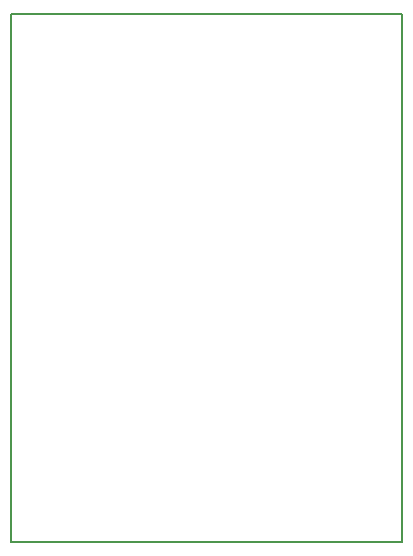
<source format=gm1>
G04 MADE WITH FRITZING*
G04 WWW.FRITZING.ORG*
G04 DOUBLE SIDED*
G04 HOLES PLATED*
G04 CONTOUR ON CENTER OF CONTOUR VECTOR*
%ASAXBY*%
%FSLAX23Y23*%
%MOIN*%
%OFA0B0*%
%SFA1.0B1.0*%
%ADD10R,1.312250X1.766100*%
%ADD11C,0.008000*%
%ADD10C,0.008*%
%LNCONTOUR*%
G90*
G70*
G54D10*
G54D11*
X4Y1762D02*
X1308Y1762D01*
X1308Y4D01*
X4Y4D01*
X4Y1762D01*
D02*
G04 End of contour*
M02*
</source>
